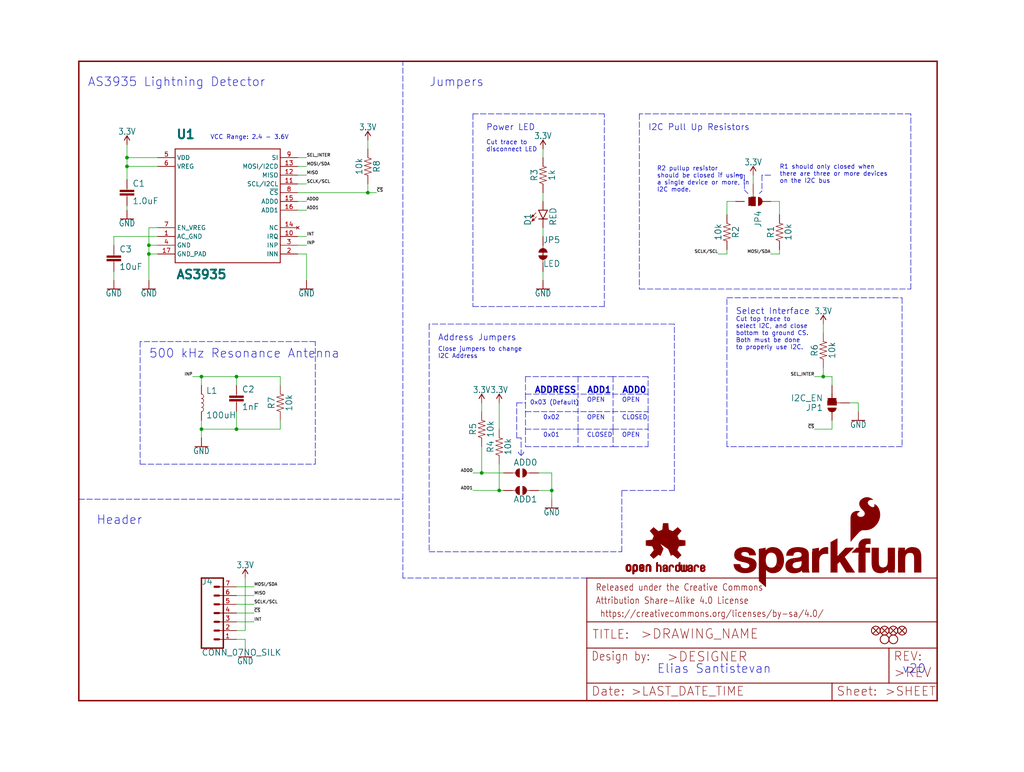
<source format=kicad_sch>
(kicad_sch (version 20211123) (generator eeschema)
  (paper "User" 297.002 223.926)
  (lib_symbols
    (symbol "eagleSchem-eagle-import:1.0NF{slash}1000PF-0603-50V-10%"
      (property "Reference" "C" (at 1.524 2.921 0))
      (property "Value" "1.0NF{slash}1000PF-0603-50V-10%" (at 1.524 -2.159 0))
      (symbol "1.0NF{slash}1000PF-0603-50V-10%_1_0"
        (pin passive line (at 0 5.08 270) (length 2.54) (name "1") (number "1"))
        (pin passive line (at 0 -2.54 90) (length 2.54) (name "2") (number "2"))
      )
    )
    (symbol "eagleSchem-eagle-import:1.0UF-0603-16V-10%"
      (property "Reference" "C" (at 1.524 2.921 0))
      (property "Value" "1.0UF-0603-16V-10%" (at 1.524 -2.159 0))
      (symbol "1.0UF-0603-16V-10%_1_0"
        (pin passive line (at 0 5.08 270) (length 2.54) (name "1") (number "1"))
        (pin passive line (at 0 -2.54 90) (length 2.54) (name "2") (number "2"))
      )
    )
    (symbol "eagleSchem-eagle-import:10KOHM-0603-1{slash}10W-1%"
      (property "Reference" "R" (at 0 1.524 0))
      (property "Value" "10KOHM-0603-1{slash}10W-1%" (at 0 -1.524 0))
      (symbol "10KOHM-0603-1{slash}10W-1%_1_0"
        (pin passive line (at -5.08 0 0) (length 2.54) (name "1") (number "1"))
        (pin passive line (at 5.08 0 180) (length 2.54) (name "2") (number "2"))
      )
    )
    (symbol "eagleSchem-eagle-import:10UF-0603-6.3V-20%"
      (property "Reference" "C" (at 1.524 2.921 0))
      (property "Value" "10UF-0603-6.3V-20%" (at 1.524 -2.159 0))
      (symbol "10UF-0603-6.3V-20%_1_0"
        (pin passive line (at 0 5.08 270) (length 2.54) (name "1") (number "1"))
        (pin passive line (at 0 -2.54 90) (length 2.54) (name "2") (number "2"))
      )
    )
    (symbol "eagleSchem-eagle-import:1KOHM-0603-1{slash}10W-1%"
      (property "Reference" "R" (at 0 1.524 0))
      (property "Value" "1KOHM-0603-1{slash}10W-1%" (at 0 -1.524 0))
      (symbol "1KOHM-0603-1{slash}10W-1%_1_0"
        (pin passive line (at -5.08 0 0) (length 2.54) (name "1") (number "1"))
        (pin passive line (at 5.08 0 180) (length 2.54) (name "2") (number "2"))
      )
    )
    (symbol "eagleSchem-eagle-import:3.3V" (power)
      (property "Value" "3.3V" (at 0 2.794 0))
      (symbol "3.3V_1_0"
        (pin power_in line (at 0 0 90) (length 2.54) (name "3.3V") (number "1"))
      )
    )
    (symbol "eagleSchem-eagle-import:AS3935QFN"
      (property "Reference" "U" (at -15.24 20.32 0))
      (property "Value" "AS3935QFN" (at -15.24 -20.32 0))
      (symbol "AS3935QFN_1_0"
        (pin power_in line (at -20.32 -7.62 0) (length 5.08) (name "AC_GND") (number "1"))
        (pin bidirectional line (at 20.32 -7.62 180) (length 5.08) (name "IRQ") (number "10"))
        (pin input line (at 20.32 7.62 180) (length 5.08) (name "SCL/I2CL") (number "11"))
        (pin output line (at 20.32 10.16 180) (length 5.08) (name "MISO") (number "12"))
        (pin input line (at 20.32 12.7 180) (length 5.08) (name "MOSI/I2CD") (number "13"))
        (pin no_connect line (at 20.32 -5.08 180) (length 5.08) (name "NC") (number "14"))
        (pin input line (at 20.32 2.54 180) (length 5.08) (name "ADD0") (number "15"))
        (pin input line (at 20.32 0 180) (length 5.08) (name "ADD1") (number "16"))
        (pin power_in line (at -20.32 -12.7 0) (length 5.08) (name "GND_PAD") (number "17"))
        (pin bidirectional line (at 20.32 -12.7 180) (length 5.08) (name "INN") (number "2"))
        (pin bidirectional line (at 20.32 -10.16 180) (length 5.08) (name "INP") (number "3"))
        (pin power_in line (at -20.32 -10.16 0) (length 5.08) (name "GND") (number "4"))
        (pin power_in line (at -20.32 15.24 0) (length 5.08) (name "VDD") (number "5"))
        (pin power_in line (at -20.32 12.7 0) (length 5.08) (name "VREG") (number "6"))
        (pin bidirectional line (at -20.32 -5.08 0) (length 5.08) (name "EN_VREG") (number "7"))
        (pin input line (at 20.32 5.08 180) (length 5.08) (name "~{CS}") (number "8"))
        (pin input line (at 20.32 15.24 180) (length 5.08) (name "SI") (number "9"))
      )
    )
    (symbol "eagleSchem-eagle-import:CONN_07NO_SILK"
      (property "Reference" "J" (at -5.08 13.208 0))
      (property "Value" "CONN_07NO_SILK" (at -5.08 -9.906 0))
      (symbol "CONN_07NO_SILK_1_0"
        (pin passive line (at 5.08 -5.08 180) (length 5.08) (name "1") (number "1"))
        (pin passive line (at 5.08 -2.54 180) (length 5.08) (name "2") (number "2"))
        (pin passive line (at 5.08 0 180) (length 5.08) (name "3") (number "3"))
        (pin passive line (at 5.08 2.54 180) (length 5.08) (name "4") (number "4"))
        (pin passive line (at 5.08 5.08 180) (length 5.08) (name "5") (number "5"))
        (pin passive line (at 5.08 7.62 180) (length 5.08) (name "6") (number "6"))
        (pin passive line (at 5.08 10.16 180) (length 5.08) (name "7") (number "7"))
      )
    )
    (symbol "eagleSchem-eagle-import:FIDUCIAL1X2")
    (symbol "eagleSchem-eagle-import:FRAME-LETTER"
      (symbol "FRAME-LETTER_2_0"
        (text " https://creativecommons.org/licenses/by-sa/4.0/" (at 2.54 24.13 0) (effects (font (size 1.9304 1.6408)) (justify left bottom)))
        (text ">DESIGNER" (at 23.114 11.176 0) (effects (font (size 2.7432 2.7432)) (justify left bottom)))
        (text ">DRAWING_NAME" (at 15.494 17.78 0) (effects (font (size 2.7432 2.7432)) (justify left bottom)))
        (text ">LAST_DATE_TIME" (at 12.7 1.27 0) (effects (font (size 2.54 2.54)) (justify left bottom)))
        (text ">REV" (at 88.9 6.604 0) (effects (font (size 2.7432 2.7432)) (justify left bottom)))
        (text ">SHEET" (at 86.36 1.27 0) (effects (font (size 2.54 2.54)) (justify left bottom)))
        (text "Attribution Share-Alike 4.0 License" (at 2.54 27.94 0) (effects (font (size 1.9304 1.6408)) (justify left bottom)))
        (text "Date:" (at 1.27 1.27 0) (effects (font (size 2.54 2.54)) (justify left bottom)))
        (text "Design by:" (at 1.27 11.43 0) (effects (font (size 2.54 2.159)) (justify left bottom)))
        (text "Released under the Creative Commons" (at 2.54 31.75 0) (effects (font (size 1.9304 1.6408)) (justify left bottom)))
        (text "REV:" (at 88.9 11.43 0) (effects (font (size 2.54 2.54)) (justify left bottom)))
        (text "Sheet:" (at 72.39 1.27 0) (effects (font (size 2.54 2.54)) (justify left bottom)))
        (text "TITLE:" (at 1.524 17.78 0) (effects (font (size 2.54 2.54)) (justify left bottom)))
      )
    )
    (symbol "eagleSchem-eagle-import:GND" (power)
      (property "Value" "GND" (at 0 -0.254 0))
      (symbol "GND_1_0"
        (pin power_in line (at 0 2.54 270) (length 2.54) (name "GND") (number "1"))
      )
    )
    (symbol "eagleSchem-eagle-import:JUMPER-SMT_2_NC_TRACE_SILK"
      (property "Reference" "JP" (at -2.54 2.54 0))
      (property "Value" "JUMPER-SMT_2_NC_TRACE_SILK" (at -2.54 -2.54 0))
      (symbol "JUMPER-SMT_2_NC_TRACE_SILK_1_0"
        (pin passive line (at -5.08 0 0) (length 2.54) (name "1") (number "1"))
        (pin passive line (at 5.08 0 180) (length 2.54) (name "2") (number "2"))
      )
    )
    (symbol "eagleSchem-eagle-import:JUMPER-SMT_2_NO_SILK"
      (property "Reference" "JP" (at -2.54 2.54 0))
      (property "Value" "JUMPER-SMT_2_NO_SILK" (at -2.54 -2.54 0))
      (symbol "JUMPER-SMT_2_NO_SILK_1_0"
        (pin passive line (at -5.08 0 0) (length 2.54) (name "1") (number "1"))
        (pin passive line (at 5.08 0 180) (length 2.54) (name "2") (number "2"))
      )
    )
    (symbol "eagleSchem-eagle-import:JUMPER-SMT_3_1-NC_TRACE_SILK"
      (property "Reference" "JP" (at 2.54 0.381 0))
      (property "Value" "JUMPER-SMT_3_1-NC_TRACE_SILK" (at 2.54 -0.381 0))
      (symbol "JUMPER-SMT_3_1-NC_TRACE_SILK_1_0"
        (pin passive line (at 0 5.08 270) (length 2.54) (name "1") (number "1"))
        (pin passive line (at -5.08 0 0) (length 2.54) (name "2") (number "2"))
        (pin passive line (at 0 -5.08 90) (length 2.54) (name "3") (number "3"))
      )
    )
    (symbol "eagleSchem-eagle-import:JUMPER-SMT_3_NO_SILK"
      (property "Reference" "JP" (at 2.54 0.381 0))
      (property "Value" "JUMPER-SMT_3_NO_SILK" (at 2.54 -0.381 0))
      (symbol "JUMPER-SMT_3_NO_SILK_1_0"
        (pin passive line (at 0 5.08 270) (length 2.54) (name "1") (number "1"))
        (pin passive line (at -5.08 0 0) (length 2.54) (name "2") (number "2"))
        (pin passive line (at 0 -5.08 90) (length 2.54) (name "3") (number "3"))
      )
    )
    (symbol "eagleSchem-eagle-import:LED-RED0603"
      (property "Reference" "D" (at -3.429 -4.572 90))
      (property "Value" "LED-RED0603" (at 1.905 -4.572 90))
      (symbol "LED-RED0603_1_0"
        (pin passive line (at 0 2.54 270) (length 2.54) (name "A") (number "A"))
        (pin passive line (at 0 -5.08 90) (length 2.54) (name "C") (number "C"))
      )
    )
    (symbol "eagleSchem-eagle-import:MA5532-AE"
      (property "Reference" "L" (at 1.27 2.54 0))
      (property "Value" "MA5532-AE" (at 1.27 -2.54 0))
      (symbol "MA5532-AE_1_0"
        (pin passive line (at 0 5.08 270) (length 2.54) (name "1") (number "1"))
        (pin passive line (at 0 -5.08 90) (length 2.54) (name "2") (number "2"))
      )
    )
    (symbol "eagleSchem-eagle-import:OSHW-LOGOS")
    (symbol "eagleSchem-eagle-import:SFE_LOGO_FLAME.2_INCH")
    (symbol "eagleSchem-eagle-import:SFE_LOGO_NAME.1_INCH")
    (symbol "eagleSchem-eagle-import:STAND-OFFTIGHT")
  )
  (junction (at 139.7 137.16))
  (junction (at 43.18 73.66))
  (junction (at 160.02 142.24))
  (junction (at 238.76 109.22))
  (junction (at 68.58 124.46))
  (junction (at 58.42 124.46))
  (junction (at 58.42 109.22))
  (junction (at 36.83 48.26))
  (junction (at 106.68 55.88))
  (junction (at 36.83 45.72))
  (junction (at 144.78 142.24))
  (junction (at 43.18 71.12))
  (junction (at 68.58 109.22))
  (wire (pts (xy 58.42 111.76) (xy 58.42 109.22)))
  (wire (pts (xy 86.36 50.8) (xy 88.9 50.8)))
  (polyline (pts (xy 91.44 134.62) (xy 91.44 99.06)))
  (polyline (pts (xy 152.4 109.22) (xy 152.4 114.3)))
  (wire (pts (xy 86.36 60.96) (xy 88.9 60.96)))
  (polyline (pts (xy 152.4 119.38) (xy 187.96 119.38)))
  (polyline (pts (xy 264.16 83.82) (xy 264.16 33.02)))
  (polyline (pts (xy 180.34 142.24) (xy 195.58 142.24)))
  (polyline (pts (xy 40.64 99.06) (xy 40.64 134.62)))
  (polyline (pts (xy 124.46 160.02) (xy 180.34 160.02)))
  (polyline (pts (xy 185.42 83.82) (xy 264.16 83.82)))
  (wire (pts (xy 156.21 137.16) (xy 160.02 137.16)))
  (polyline (pts (xy 187.96 109.22) (xy 177.8 109.22)))
  (polyline (pts (xy 261.62 129.54) (xy 210.82 129.54)))
  (polyline (pts (xy 137.16 88.9) (xy 175.26 88.9)))
  (polyline (pts (xy 223.52 50.8) (xy 220.98 50.8)))
  (polyline (pts (xy 187.96 124.46) (xy 187.96 119.38)))
  (wire (pts (xy 144.78 134.62) (xy 144.78 142.24)))
  (polyline (pts (xy 151.13 132.08) (xy 151.13 127)))
  (wire (pts (xy 106.68 55.88) (xy 109.22 55.88)))
  (wire (pts (xy 86.36 68.58) (xy 88.9 68.58)))
  (wire (pts (xy 73.66 177.8) (xy 68.58 177.8)))
  (wire (pts (xy 139.7 119.38) (xy 139.7 116.84)))
  (polyline (pts (xy 152.4 119.38) (xy 152.4 124.46)))
  (polyline (pts (xy 175.26 33.02) (xy 137.16 33.02)))
  (wire (pts (xy 139.7 137.16) (xy 137.16 137.16)))
  (wire (pts (xy 36.83 59.69) (xy 36.83 60.96)))
  (wire (pts (xy 36.83 41.91) (xy 36.83 45.72)))
  (wire (pts (xy 88.9 81.28) (xy 88.9 73.66)))
  (polyline (pts (xy 210.82 129.54) (xy 210.82 86.36)))
  (wire (pts (xy 106.68 43.18) (xy 106.68 40.64)))
  (wire (pts (xy 73.66 175.26) (xy 68.58 175.26)))
  (wire (pts (xy 43.18 71.12) (xy 43.18 73.66)))
  (wire (pts (xy 248.92 116.84) (xy 248.92 119.38)))
  (polyline (pts (xy 151.13 132.08) (xy 151.892 131.318)))
  (wire (pts (xy 157.48 68.58) (xy 157.48 66.04)))
  (polyline (pts (xy 167.64 109.22) (xy 167.64 124.46)))
  (wire (pts (xy 33.02 81.28) (xy 33.02 78.74)))
  (polyline (pts (xy 167.64 124.46) (xy 177.8 124.46)))
  (wire (pts (xy 238.76 109.22) (xy 236.22 109.22)))
  (polyline (pts (xy 152.4 124.46) (xy 152.4 129.54)))
  (polyline (pts (xy 152.4 116.84) (xy 152.4 119.38)))
  (wire (pts (xy 68.58 170.18) (xy 73.66 170.18)))
  (wire (pts (xy 213.36 58.42) (xy 210.82 58.42)))
  (polyline (pts (xy 187.96 114.3) (xy 187.96 109.22)))
  (wire (pts (xy 86.36 55.88) (xy 106.68 55.88)))
  (wire (pts (xy 36.83 48.26) (xy 36.83 52.07)))
  (wire (pts (xy 73.66 180.34) (xy 68.58 180.34)))
  (wire (pts (xy 68.58 109.22) (xy 81.28 109.22)))
  (wire (pts (xy 146.05 137.16) (xy 139.7 137.16)))
  (polyline (pts (xy 187.96 119.38) (xy 187.96 114.3)))
  (polyline (pts (xy 116.84 167.64) (xy 116.84 144.78)))
  (wire (pts (xy 45.72 73.66) (xy 43.18 73.66)))
  (wire (pts (xy 241.3 121.92) (xy 241.3 124.46)))
  (polyline (pts (xy 152.4 124.46) (xy 167.64 124.46)))
  (wire (pts (xy 73.66 172.72) (xy 68.58 172.72)))
  (wire (pts (xy 139.7 129.54) (xy 139.7 137.16)))
  (polyline (pts (xy 180.34 160.02) (xy 180.34 142.24)))
  (polyline (pts (xy 149.86 116.84) (xy 152.4 116.84)))
  (wire (pts (xy 144.78 124.46) (xy 144.78 116.84)))
  (wire (pts (xy 58.42 121.92) (xy 58.42 124.46)))
  (wire (pts (xy 157.48 78.74) (xy 157.48 81.28)))
  (wire (pts (xy 45.72 45.72) (xy 36.83 45.72)))
  (wire (pts (xy 86.36 71.12) (xy 88.9 71.12)))
  (wire (pts (xy 81.28 124.46) (xy 68.58 124.46)))
  (wire (pts (xy 71.12 182.88) (xy 68.58 182.88)))
  (wire (pts (xy 210.82 73.66) (xy 208.28 73.66)))
  (wire (pts (xy 157.48 58.42) (xy 157.48 55.88)))
  (polyline (pts (xy 151.892 131.318) (xy 151.892 131.064)))
  (polyline (pts (xy 177.8 109.22) (xy 177.8 124.46)))
  (wire (pts (xy 43.18 73.66) (xy 43.18 81.28)))
  (polyline (pts (xy 195.58 93.98) (xy 124.46 93.98)))
  (polyline (pts (xy 215.9 50.8) (xy 215.9 55.118)))
  (polyline (pts (xy 177.8 109.22) (xy 167.64 109.22)))
  (wire (pts (xy 226.06 58.42) (xy 226.06 62.23)))
  (wire (pts (xy 226.06 73.66) (xy 223.52 73.66)))
  (wire (pts (xy 58.42 109.22) (xy 68.58 109.22)))
  (polyline (pts (xy 124.46 93.98) (xy 124.46 160.02)))
  (wire (pts (xy 86.36 73.66) (xy 88.9 73.66)))
  (wire (pts (xy 160.02 137.16) (xy 160.02 142.24)))
  (polyline (pts (xy 213.36 50.8) (xy 215.9 50.8)))
  (polyline (pts (xy 220.98 55.372) (xy 220.218 56.134)))
  (polyline (pts (xy 40.64 134.62) (xy 91.44 134.62)))
  (wire (pts (xy 68.58 119.38) (xy 68.58 124.46)))
  (wire (pts (xy 81.28 109.22) (xy 81.28 111.76)))
  (polyline (pts (xy 177.8 124.46) (xy 177.8 129.54)))
  (polyline (pts (xy 116.84 144.78) (xy 116.84 17.78)))
  (wire (pts (xy 45.72 71.12) (xy 43.18 71.12)))
  (wire (pts (xy 86.36 53.34) (xy 88.9 53.34)))
  (wire (pts (xy 71.12 185.42) (xy 68.58 185.42)))
  (polyline (pts (xy 167.64 129.54) (xy 177.8 129.54)))
  (wire (pts (xy 68.58 124.46) (xy 58.42 124.46)))
  (polyline (pts (xy 167.64 109.22) (xy 152.4 109.22)))
  (polyline (pts (xy 167.64 124.46) (xy 167.64 129.54)))
  (polyline (pts (xy 187.96 129.54) (xy 187.96 124.46)))
  (wire (pts (xy 238.76 109.22) (xy 241.3 109.22)))
  (polyline (pts (xy 264.16 33.02) (xy 185.42 33.02)))
  (polyline (pts (xy 175.26 88.9) (xy 175.26 33.02)))
  (wire (pts (xy 238.76 106.68) (xy 238.76 109.22)))
  (wire (pts (xy 218.44 53.34) (xy 218.44 50.8)))
  (polyline (pts (xy 137.16 33.02) (xy 137.16 88.9)))
  (polyline (pts (xy 151.13 127) (xy 149.86 127)))
  (polyline (pts (xy 177.8 124.46) (xy 187.96 124.46)))
  (polyline (pts (xy 149.86 127) (xy 149.86 116.84)))
  (wire (pts (xy 45.72 68.58) (xy 33.02 68.58)))
  (wire (pts (xy 246.38 116.84) (xy 248.92 116.84)))
  (polyline (pts (xy 220.98 50.8) (xy 220.98 55.372)))
  (wire (pts (xy 86.36 58.42) (xy 88.9 58.42)))
  (wire (pts (xy 81.28 121.92) (xy 81.28 124.46)))
  (wire (pts (xy 144.78 142.24) (xy 146.05 142.24)))
  (wire (pts (xy 43.18 66.04) (xy 43.18 71.12)))
  (wire (pts (xy 223.52 58.42) (xy 226.06 58.42)))
  (wire (pts (xy 33.02 68.58) (xy 33.02 71.12)))
  (polyline (pts (xy 151.13 132.08) (xy 150.368 131.318)))
  (wire (pts (xy 68.58 111.76) (xy 68.58 109.22)))
  (polyline (pts (xy 210.82 86.36) (xy 261.62 86.36)))
  (wire (pts (xy 238.76 96.52) (xy 238.76 93.98)))
  (polyline (pts (xy 91.44 99.06) (xy 40.64 99.06)))
  (wire (pts (xy 36.83 45.72) (xy 36.83 48.26)))
  (wire (pts (xy 71.12 187.96) (xy 71.12 185.42)))
  (polyline (pts (xy 22.86 144.78) (xy 116.84 144.78)))
  (polyline (pts (xy 177.8 129.54) (xy 187.96 129.54)))
  (wire (pts (xy 137.16 142.24) (xy 144.78 142.24)))
  (wire (pts (xy 86.36 45.72) (xy 88.9 45.72)))
  (polyline (pts (xy 170.18 167.64) (xy 116.84 167.64)))
  (wire (pts (xy 71.12 182.88) (xy 71.12 167.64)))
  (wire (pts (xy 156.21 142.24) (xy 160.02 142.24)))
  (polyline (pts (xy 152.4 114.3) (xy 152.4 116.84)))
  (wire (pts (xy 45.72 48.26) (xy 36.83 48.26)))
  (wire (pts (xy 45.72 66.04) (xy 43.18 66.04)))
  (wire (pts (xy 241.3 109.22) (xy 241.3 111.76)))
  (wire (pts (xy 241.3 124.46) (xy 236.22 124.46)))
  (polyline (pts (xy 195.58 142.24) (xy 195.58 93.98)))
  (polyline (pts (xy 152.4 114.3) (xy 187.96 114.3)))
  (wire (pts (xy 55.88 109.22) (xy 58.42 109.22)))
  (wire (pts (xy 210.82 58.42) (xy 210.82 62.23)))
  (wire (pts (xy 160.02 142.24) (xy 160.02 144.78)))
  (polyline (pts (xy 152.4 129.54) (xy 167.64 129.54)))
  (wire (pts (xy 210.82 72.39) (xy 210.82 73.66)))
  (wire (pts (xy 88.9 48.26) (xy 86.36 48.26)))
  (wire (pts (xy 106.68 53.34) (xy 106.68 55.88)))
  (wire (pts (xy 58.42 127) (xy 58.42 124.46)))
  (polyline (pts (xy 150.368 131.318) (xy 150.368 131.064)))
  (wire (pts (xy 226.06 73.66) (xy 226.06 72.39)))
  (polyline (pts (xy 185.42 33.02) (xy 185.42 83.82)))
  (polyline (pts (xy 215.9 55.118) (xy 216.916 56.134)))
  (wire (pts (xy 157.48 45.72) (xy 157.48 43.18)))
  (polyline (pts (xy 261.62 86.36) (xy 261.62 129.54)))
  (text "Header" (at 27.94 152.4 180) (effects (font (size 2.54 2.54)) (justify left bottom)))
  (text "ADD1" (at 170.18 114.3 180) (effects (font (size 1.778 1.778) (thickness 0.3556) bold) (justify left bottom)))
  (text "CLOSED" (at 170.18 127 180) (effects (font (size 1.27 1.27)) (justify left bottom)))
  (text "OPEN" (at 170.18 116.84 180) (effects (font (size 1.27 1.27)) (justify left bottom)))
  (text "VCC Range: 2.4 - 3.6V" (at 60.96 40.64 180) (effects (font (size 1.27 1.27)) (justify left bottom)))
  (text "Cut top trace to\nselect I2C, and close\nbottom to ground CS.\nBoth must be done\nto properly use I2C." (at 213.36 101.6 0) (effects (font (size 1.27 1.27)) (justify left bottom)))
  (text "I2C Pull Up Resistors" (at 187.96 38.1 180) (effects (font (size 1.778 1.778)) (justify left bottom)))
  (text "500 kHz Resonance Antenna" (at 43.18 104.14 180) (effects (font (size 2.54 2.54)) (justify left bottom)))
  (text "R2 pullup resistor\nshould be closed if using\na single device or more, in\nI2C mode." (at 190.5 55.88 0) (effects (font (size 1.27 1.27)) (justify left bottom)))
  (text "OPEN" (at 180.34 116.84 180) (effects (font (size 1.27 1.27)) (justify left bottom)))
  (text "Elias Santistevan" (at 190.5 195.58 180) (effects (font (size 2.54 2.54)) (justify left bottom)))
  (text "OPEN" (at 180.34 127 180) (effects (font (size 1.27 1.27)) (justify left bottom)))
  (text "ADD0" (at 180.34 114.3 180) (effects (font (size 1.778 1.778) (thickness 0.3556) bold) (justify left bottom)))
  (text "Power LED" (at 140.97 38.1 180) (effects (font (size 1.778 1.778)) (justify left bottom)))
  (text "Jumpers" (at 124.46 25.4 180) (effects (font (size 2.54 2.54)) (justify left bottom)))
  (text "R1 should only closed when\nthere are three or more devices\non the I2C bus" (at 226.06 53.34 0) (effects (font (size 1.27 1.27)) (justify left bottom)))
  (text "v20" (at 261.62 195.58 180) (effects (font (size 2.54 2.54)) (justify left bottom)))
  (text "0x01" (at 157.48 127 180) (effects (font (size 1.27 1.27)) (justify left bottom)))
  (text "0x03 (Default)" (at 153.67 117.602 180) (effects (font (size 1.27 1.27)) (justify left bottom)))
  (text "OPEN" (at 170.18 121.92 180) (effects (font (size 1.27 1.27)) (justify left bottom)))
  (text "Cut trace to\ndisconnect LED" (at 140.97 44.196 180) (effects (font (size 1.27 1.27)) (justify left bottom)))
  (text "CLOSED" (at 180.34 121.92 180) (effects (font (size 1.27 1.27)) (justify left bottom)))
  (text "Close jumpers to change\nI2C Address" (at 127 104.14 180) (effects (font (size 1.27 1.27)) (justify left bottom)))
  (text "ADDRESS" (at 154.94 114.3 180) (effects (font (size 1.778 1.778) (thickness 0.3556) bold) (justify left bottom)))
  (text "AS3935 Lightning Detector" (at 25.4 25.4 180) (effects (font (size 2.54 2.54)) (justify left bottom)))
  (text "Select Interface" (at 213.36 91.44 180) (effects (font (size 1.778 1.778)) (justify left bottom)))
  (text "Address Jumpers" (at 127 99.06 180) (effects (font (size 1.778 1.778)) (justify left bottom)))
  (text "0x02" (at 157.48 121.92 180) (effects (font (size 1.27 1.27)) (justify left bottom)))
  (label "~{CS}" (at 73.66 177.8 0) (effects (font (size 0.889 0.889))))
  (label "ADD1" (at 88.9 60.96 0) (effects (font (size 0.889 0.889))))
  (label "INP" (at 88.9 71.12 0) (effects (font (size 0.889 0.889))))
  (label "MOSI/SDA" (at 73.66 170.18 0) (effects (font (size 0.889 0.889))))
  (label "SCLK/SCL" (at 208.28 73.66 180) (effects (font (size 0.889 0.889))))
  (label "MISO" (at 73.66 172.72 0) (effects (font (size 0.889 0.889))))
  (label "MOSI/SDA" (at 88.9 48.26 0) (effects (font (size 0.889 0.889))))
  (label "INP" (at 55.88 109.22 180) (effects (font (size 0.889 0.889))))
  (label "INT" (at 88.9 68.58 0) (effects (font (size 0.889 0.889))))
  (label "SCLK/SCL" (at 73.66 175.26 0) (effects (font (size 0.889 0.889))))
  (label "SEL_INTER" (at 236.22 109.22 180) (effects (font (size 0.889 0.889))))
  (label "SEL_INTER" (at 88.9 45.72 0) (effects (font (size 0.889 0.889))))
  (label "ADD0" (at 137.16 137.16 180) (effects (font (size 0.889 0.889))))
  (label "SCLK/SCL" (at 88.9 53.34 0) (effects (font (size 0.889 0.889))))
  (label "~{CS}" (at 236.22 124.46 180) (effects (font (size 0.889 0.889))))
  (label "ADD0" (at 88.9 58.42 0) (effects (font (size 0.889 0.889))))
  (label "MOSI/SDA" (at 223.52 73.66 180) (effects (font (size 0.889 0.889))))
  (label "ADD1" (at 137.16 142.24 180) (effects (font (size 0.889 0.889))))
  (label "~{CS}" (at 109.22 55.88 0) (effects (font (size 0.889 0.889))))
  (label "INT" (at 73.66 180.34 0) (effects (font (size 0.889 0.889))))
  (label "MISO" (at 88.9 50.8 0) (effects (font (size 0.889 0.889))))
  (symbol (lib_id "eagleSchem-eagle-import:GND") (at 248.92 121.92 0) (unit 1)
    (property "Reference" "#GND5" (effects hide))
    (property "Value" "GND" (at 248.92 122.174 0) (effects (font (size 1.778 1.5113)) (justify top)))
    (property "Footprint" "eagleSchem:" (effects hide))
  )
  (symbol (lib_id "eagleSchem-eagle-import:JUMPER-SMT_3_1-NC_TRACE_SILK") (at 241.3 116.84 180) (unit 1)
    (property "Reference" "JP1" (at 238.76 117.221 0) (effects (font (size 1.778 1.778)) (justify left bottom)))
    (property "Value" "I2C_EN" (at 238.76 116.459 0) (effects (font (size 1.778 1.778)) (justify left top)))
    (property "Footprint" "eagleSchem:SMT-JUMPER_3_1-NC_TRACE_SILK" (effects hide))
  )
  (symbol (lib_id "eagleSchem-eagle-import:FIDUCIAL1X2") (at 254 182.88 0) (unit 1)
    (property "Reference" "FD1" (effects hide))
    (property "Value" "FIDUCIAL1X2" (effects hide))
    (property "Footprint" "eagleSchem:FIDUCIAL-1X2" (effects hide))
  )
  (symbol (lib_id "eagleSchem-eagle-import:3.3V") (at 139.7 116.84 0) (unit 1)
    (property "Reference" "#SUPPLY4" (effects hide))
    (property "Value" "3.3V" (at 139.7 114.046 0) (effects (font (size 1.778 1.5113)) (justify bottom)))
    (property "Footprint" "eagleSchem:" (effects hide))
  )
  (symbol (lib_id "eagleSchem-eagle-import:OSHW-LOGOS") (at 193.04 157.48 0) (unit 1)
    (property "Reference" "LOGO1" (effects hide))
    (property "Value" "OSHW-LOGOS" (effects hide))
    (property "Footprint" "eagleSchem:OSHW-LOGO-S" (effects hide))
  )
  (symbol (lib_id "eagleSchem-eagle-import:FIDUCIAL1X2") (at 259.08 182.88 0) (unit 1)
    (property "Reference" "FD3" (effects hide))
    (property "Value" "FIDUCIAL1X2" (effects hide))
    (property "Footprint" "eagleSchem:FIDUCIAL-1X2" (effects hide))
  )
  (symbol (lib_id "eagleSchem-eagle-import:1KOHM-0603-1{slash}10W-1%") (at 157.48 50.8 90) (unit 1)
    (property "Reference" "R3" (at 155.956 50.8 0) (effects (font (size 1.778 1.778)) (justify bottom)))
    (property "Value" "1k" (at 159.004 50.8 0) (effects (font (size 1.778 1.778)) (justify top)))
    (property "Footprint" "eagleSchem:0603" (effects hide))
  )
  (symbol (lib_id "eagleSchem-eagle-import:FRAME-LETTER") (at 170.18 203.2 0) (unit 2)
    (property "Reference" "FRAME1" (effects hide))
    (property "Value" "FRAME-LETTER" (effects hide))
    (property "Footprint" "eagleSchem:CREATIVE_COMMONS" (effects hide))
  )
  (symbol (lib_id "eagleSchem-eagle-import:FRAME-LETTER") (at 22.86 203.2 0) (unit 1)
    (property "Reference" "FRAME1" (effects hide))
    (property "Value" "FRAME-LETTER" (effects hide))
    (property "Footprint" "eagleSchem:CREATIVE_COMMONS" (effects hide))
  )
  (symbol (lib_id "eagleSchem-eagle-import:3.3V") (at 144.78 116.84 0) (unit 1)
    (property "Reference" "#SUPPLY5" (effects hide))
    (property "Value" "3.3V" (at 144.78 114.046 0) (effects (font (size 1.778 1.5113)) (justify bottom)))
    (property "Footprint" "eagleSchem:" (effects hide))
  )
  (symbol (lib_id "eagleSchem-eagle-import:CONN_07NO_SILK") (at 63.5 180.34 0) (unit 1)
    (property "Reference" "J4" (at 58.42 169.672 0) (effects (font (size 1.778 1.778)) (justify left bottom)))
    (property "Value" "CONN_07NO_SILK" (at 58.42 190.246 0) (effects (font (size 1.778 1.778)) (justify left bottom)))
    (property "Footprint" "eagleSchem:1X07_NO_SILK" (effects hide))
  )
  (symbol (lib_id "eagleSchem-eagle-import:GND") (at 88.9 83.82 0) (unit 1)
    (property "Reference" "#GND11" (effects hide))
    (property "Value" "GND" (at 88.9 84.074 0) (effects (font (size 1.778 1.5113)) (justify top)))
    (property "Footprint" "eagleSchem:" (effects hide))
  )
  (symbol (lib_id "eagleSchem-eagle-import:GND") (at 157.48 83.82 0) (unit 1)
    (property "Reference" "#GND4" (effects hide))
    (property "Value" "GND" (at 157.48 84.074 0) (effects (font (size 1.778 1.5113)) (justify top)))
    (property "Footprint" "eagleSchem:" (effects hide))
  )
  (symbol (lib_id "eagleSchem-eagle-import:3.3V") (at 106.68 40.64 0) (unit 1)
    (property "Reference" "#SUPPLY2" (effects hide))
    (property "Value" "3.3V" (at 106.68 37.846 0) (effects (font (size 1.778 1.5113)) (justify bottom)))
    (property "Footprint" "eagleSchem:" (effects hide))
  )
  (symbol (lib_id "eagleSchem-eagle-import:GND") (at 58.42 129.54 0) (unit 1)
    (property "Reference" "#GND12" (effects hide))
    (property "Value" "GND" (at 58.42 129.794 0) (effects (font (size 1.778 1.5113)) (justify top)))
    (property "Footprint" "eagleSchem:" (effects hide))
  )
  (symbol (lib_id "eagleSchem-eagle-import:JUMPER-SMT_2_NC_TRACE_SILK") (at 157.48 73.66 90) (unit 1)
    (property "Reference" "JP5" (at 162.56 68.58 90) (effects (font (size 1.778 1.778)) (justify left bottom)))
    (property "Value" "LED" (at 162.56 77.47 90) (effects (font (size 1.778 1.778)) (justify left top)))
    (property "Footprint" "eagleSchem:SMT-JUMPER_2_NC_TRACE_SILK" (effects hide))
  )
  (symbol (lib_id "eagleSchem-eagle-import:FIDUCIAL1X2") (at 256.54 182.88 0) (unit 1)
    (property "Reference" "FD2" (effects hide))
    (property "Value" "FIDUCIAL1X2" (effects hide))
    (property "Footprint" "eagleSchem:FIDUCIAL-1X2" (effects hide))
  )
  (symbol (lib_id "eagleSchem-eagle-import:3.3V") (at 71.12 167.64 0) (unit 1)
    (property "Reference" "#SUPPLY12" (effects hide))
    (property "Value" "3.3V" (at 71.12 164.846 0) (effects (font (size 1.778 1.5113)) (justify bottom)))
    (property "Footprint" "eagleSchem:" (effects hide))
  )
  (symbol (lib_id "eagleSchem-eagle-import:3.3V") (at 36.83 41.91 0) (unit 1)
    (property "Reference" "#SUPPLY1" (effects hide))
    (property "Value" "3.3V" (at 36.83 39.116 0) (effects (font (size 1.778 1.5113)) (justify bottom)))
    (property "Footprint" "eagleSchem:" (effects hide))
  )
  (symbol (lib_id "eagleSchem-eagle-import:STAND-OFFTIGHT") (at 256.54 185.42 0) (unit 1)
    (property "Reference" "H1" (effects hide))
    (property "Value" "STAND-OFFTIGHT" (effects hide))
    (property "Footprint" "eagleSchem:STAND-OFF-TIGHT" (effects hide))
  )
  (symbol (lib_id "eagleSchem-eagle-import:LED-RED0603") (at 157.48 60.96 0) (unit 1)
    (property "Reference" "D1" (at 154.051 65.532 90) (effects (font (size 1.778 1.778)) (justify left bottom)))
    (property "Value" "RED" (at 159.385 65.532 90) (effects (font (size 1.778 1.778)) (justify left top)))
    (property "Footprint" "eagleSchem:LED-0603" (effects hide))
  )
  (symbol (lib_id "eagleSchem-eagle-import:GND") (at 71.12 190.5 0) (unit 1)
    (property "Reference" "#GND9" (effects hide))
    (property "Value" "GND" (at 71.12 190.754 0) (effects (font (size 1.778 1.5113)) (justify top)))
    (property "Footprint" "eagleSchem:" (effects hide))
  )
  (symbol (lib_id "eagleSchem-eagle-import:10KOHM-0603-1{slash}10W-1%") (at 106.68 48.26 270) (unit 1)
    (property "Reference" "R8" (at 108.204 48.26 0) (effects (font (size 1.778 1.778)) (justify bottom)))
    (property "Value" "10k" (at 105.156 48.26 0) (effects (font (size 1.778 1.778)) (justify top)))
    (property "Footprint" "eagleSchem:0603" (effects hide))
  )
  (symbol (lib_id "eagleSchem-eagle-import:3.3V") (at 157.48 43.18 0) (unit 1)
    (property "Reference" "#SUPPLY6" (effects hide))
    (property "Value" "3.3V" (at 157.48 40.386 0) (effects (font (size 1.778 1.5113)) (justify bottom)))
    (property "Footprint" "eagleSchem:" (effects hide))
  )
  (symbol (lib_id "eagleSchem-eagle-import:STAND-OFFTIGHT") (at 259.08 185.42 0) (unit 1)
    (property "Reference" "H2" (effects hide))
    (property "Value" "STAND-OFFTIGHT" (effects hide))
    (property "Footprint" "eagleSchem:STAND-OFF-TIGHT" (effects hide))
  )
  (symbol (lib_id "eagleSchem-eagle-import:10KOHM-0603-1{slash}10W-1%") (at 81.28 116.84 90) (unit 1)
    (property "Reference" "R7" (at 79.756 116.84 0) (effects (font (size 1.778 1.778)) (justify bottom)))
    (property "Value" "10k" (at 82.804 116.84 0) (effects (font (size 1.778 1.778)) (justify top)))
    (property "Footprint" "eagleSchem:0603" (effects hide))
  )
  (symbol (lib_id "eagleSchem-eagle-import:GND") (at 43.18 83.82 0) (unit 1)
    (property "Reference" "#GND1" (effects hide))
    (property "Value" "GND" (at 43.18 84.074 0) (effects (font (size 1.778 1.5113)) (justify top)))
    (property "Footprint" "eagleSchem:" (effects hide))
  )
  (symbol (lib_id "eagleSchem-eagle-import:AS3935QFN") (at 66.04 60.96 0) (unit 1)
    (property "Reference" "U1" (at 50.8 40.64 0) (effects (font (size 2.54 2.54) bold) (justify left bottom)))
    (property "Value" "AS3935" (at 50.8 81.28 0) (effects (font (size 2.54 2.54) bold) (justify left bottom)))
    (property "Footprint" "eagleSchem:16LD_MLPQ" (effects hide))
  )
  (symbol (lib_id "eagleSchem-eagle-import:JUMPER-SMT_2_NO_SILK") (at 151.13 142.24 0) (unit 1)
    (property "Reference" "ADD1" (at 148.844 145.796 0) (effects (font (size 1.778 1.778)) (justify left bottom)))
    (property "Value" "JUMPER-SMT_2_NO_SILK" (effects hide))
    (property "Footprint" "eagleSchem:SMT-JUMPER_2_NO_SILK" (effects hide))
  )
  (symbol (lib_id "eagleSchem-eagle-import:JUMPER-SMT_3_NO_SILK") (at 218.44 58.42 270) (unit 1)
    (property "Reference" "JP4" (at 218.821 60.96 0) (effects (font (size 1.778 1.778)) (justify left bottom)))
    (property "Value" "JUMPER-SMT_3_NO_SILK" (effects hide))
    (property "Footprint" "eagleSchem:SMT-JUMPER_3_NO_SILK" (effects hide))
  )
  (symbol (lib_id "eagleSchem-eagle-import:3.3V") (at 238.76 93.98 0) (unit 1)
    (property "Reference" "#SUPPLY7" (effects hide))
    (property "Value" "3.3V" (at 238.76 91.186 0) (effects (font (size 1.778 1.5113)) (justify bottom)))
    (property "Footprint" "eagleSchem:" (effects hide))
  )
  (symbol (lib_id "eagleSchem-eagle-import:1.0UF-0603-16V-10%") (at 36.83 57.15 0) (unit 1)
    (property "Reference" "C1" (at 38.354 54.229 0) (effects (font (size 1.778 1.778)) (justify left bottom)))
    (property "Value" "1.0uF" (at 38.354 59.309 0) (effects (font (size 1.778 1.778)) (justify left bottom)))
    (property "Footprint" "eagleSchem:0603" (effects hide))
  )
  (symbol (lib_id "eagleSchem-eagle-import:JUMPER-SMT_2_NO_SILK") (at 151.13 137.16 0) (unit 1)
    (property "Reference" "ADD0" (at 148.844 135.128 0) (effects (font (size 1.778 1.778)) (justify left bottom)))
    (property "Value" "JUMPER-SMT_2_NO_SILK" (effects hide))
    (property "Footprint" "eagleSchem:SMT-JUMPER_2_NO_SILK" (effects hide))
  )
  (symbol (lib_id "eagleSchem-eagle-import:SFE_LOGO_NAME.1_INCH") (at 210.82 170.18 0) (unit 1)
    (property "Reference" "LOGO2" (effects hide))
    (property "Value" "SFE_LOGO_NAME.1_INCH" (effects hide))
    (property "Footprint" "eagleSchem:SFE_LOGO_NAME_.1" (effects hide))
  )
  (symbol (lib_id "eagleSchem-eagle-import:10KOHM-0603-1{slash}10W-1%") (at 139.7 124.46 90) (unit 1)
    (property "Reference" "R5" (at 138.176 124.46 0) (effects (font (size 1.778 1.778)) (justify bottom)))
    (property "Value" "10k" (at 141.224 124.46 0) (effects (font (size 1.778 1.778)) (justify top)))
    (property "Footprint" "eagleSchem:0603" (effects hide))
  )
  (symbol (lib_id "eagleSchem-eagle-import:10KOHM-0603-1{slash}10W-1%") (at 226.06 67.31 90) (unit 1)
    (property "Reference" "R1" (at 224.536 67.31 0) (effects (font (size 1.778 1.778)) (justify bottom)))
    (property "Value" "10k" (at 227.584 67.31 0) (effects (font (size 1.778 1.778)) (justify top)))
    (property "Footprint" "eagleSchem:0603" (effects hide))
  )
  (symbol (lib_id "eagleSchem-eagle-import:10KOHM-0603-1{slash}10W-1%") (at 144.78 129.54 90) (unit 1)
    (property "Reference" "R4" (at 143.256 129.54 0) (effects (font (size 1.778 1.778)) (justify bottom)))
    (property "Value" "10k" (at 146.304 129.54 0) (effects (font (size 1.778 1.778)) (justify top)))
    (property "Footprint" "eagleSchem:0603" (effects hide))
  )
  (symbol (lib_id "eagleSchem-eagle-import:FIDUCIAL1X2") (at 261.62 182.88 0) (unit 1)
    (property "Reference" "FD4" (effects hide))
    (property "Value" "FIDUCIAL1X2" (effects hide))
    (property "Footprint" "eagleSchem:FIDUCIAL-1X2" (effects hide))
  )
  (symbol (lib_id "eagleSchem-eagle-import:MA5532-AE") (at 58.42 116.84 0) (unit 1)
    (property "Reference" "L1" (at 59.69 114.3 0) (effects (font (size 1.778 1.778)) (justify left bottom)))
    (property "Value" "100uH" (at 59.69 119.38 0) (effects (font (size 1.778 1.778)) (justify left top)))
    (property "Footprint" "eagleSchem:MA5532-AE" (effects hide))
  )
  (symbol (lib_id "eagleSchem-eagle-import:3.3V") (at 218.44 50.8 0) (unit 1)
    (property "Reference" "#SUPPLY3" (effects hide))
    (property "Value" "3.3V" (at 218.44 48.006 0) (effects (font (size 1.778 1.5113)) (justify bottom)))
    (property "Footprint" "eagleSchem:" (effects hide))
  )
  (symbol (lib_id "eagleSchem-eagle-import:1.0NF{slash}1000PF-0603-50V-10%") (at 68.58 116.84 0) (unit 1)
    (property "Reference" "C2" (at 70.104 113.919 0) (effects (font (size 1.778 1.778)) (justify left bottom)))
    (property "Value" "1nF" (at 70.104 118.999 0) (effects (font (size 1.778 1.778)) (justify left bottom)))
    (property "Footprint" "eagleSchem:0603" (effects hide))
  )
  (symbol (lib_id "eagleSchem-eagle-import:10KOHM-0603-1{slash}10W-1%") (at 210.82 67.31 270) (unit 1)
    (property "Reference" "R2" (at 212.344 67.31 0) (effects (font (size 1.778 1.778)) (justify bottom)))
    (property "Value" "10k" (at 209.296 67.31 0) (effects (font (size 1.778 1.778)) (justify top)))
    (property "Footprint" "eagleSchem:0603" (effects hide))
  )
  (symbol (lib_id "eagleSchem-eagle-import:GND") (at 160.02 147.32 0) (unit 1)
    (property "Reference" "#GND3" (effects hide))
    (property "Value" "GND" (at 160.02 147.574 0) (effects (font (size 1.778 1.5113)) (justify top)))
    (property "Footprint" "eagleSchem:" (effects hide))
  )
  (symbol (lib_id "eagleSchem-eagle-import:10KOHM-0603-1{slash}10W-1%") (at 238.76 101.6 90) (unit 1)
    (property "Reference" "R6" (at 237.236 101.6 0) (effects (font (size 1.778 1.778)) (justify bottom)))
    (property "Value" "10k" (at 240.284 101.6 0) (effects (font (size 1.778 1.778)) (justify top)))
    (property "Footprint" "eagleSchem:0603" (effects hide))
  )
  (symbol (lib_id "eagleSchem-eagle-import:10UF-0603-6.3V-20%") (at 33.02 76.2 0) (unit 1)
    (property "Reference" "C3" (at 34.544 73.279 0) (effects (font (size 1.778 1.778)) (justify left bottom)))
    (property "Value" "10uF" (at 34.544 78.359 0) (effects (font (size 1.778 1.778)) (justify left bottom)))
    (property "Footprint" "eagleSchem:0603" (effects hide))
  )
  (symbol (lib_id "eagleSchem-eagle-import:SFE_LOGO_FLAME.2_INCH") (at 246.38 157.48 0) (unit 1)
    (property "Reference" "LOGO3" (effects hide))
    (property "Value" "SFE_LOGO_FLAME.2_INCH" (effects hide))
    (property "Footprint" "eagleSchem:SFE_LOGO_FLAME_.2" (effects hide))
  )
  (symbol (lib_id "eagleSchem-eagle-import:GND") (at 36.83 63.5 0) (unit 1)
    (property "Reference" "#GND2" (effects hide))
    (property "Value" "GND" (at 36.83 63.754 0) (effects (font (size 1.778 1.5113)) (justify top)))
    (property "Footprint" "eagleSchem:" (effects hide))
  )
  (symbol (lib_id "eagleSchem-eagle-import:GND") (at 33.02 83.82 0) (unit 1)
    (property "Reference" "#GND10" (effects hide))
    (property "Value" "GND" (at 33.02 84.074 0) (effects (font (size 1.778 1.5113)) (justify top)))
    (property "Footprint" "eagleSchem:" (effects hide))
  )
)
</source>
